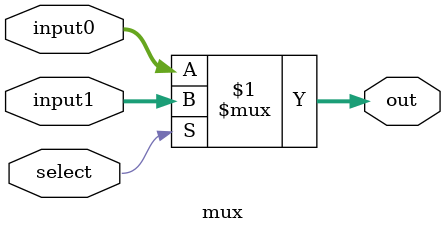
<source format=sv>
module mux #(
    parameter DATA_WIDTH = 32
)(
    input  logic [DATA_WIDTH-1:0] input0,
    input  logic [DATA_WIDTH-1:0] input1,
    input  logic                  select,
    
    output logic [DATA_WIDTH-1:0] out
);

assign out = select ? input1 : input0;

endmodule

</source>
